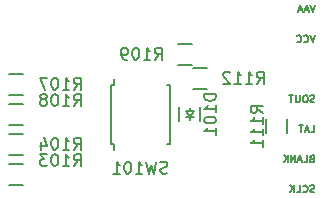
<source format=gbr>
G04 #@! TF.FileFunction,Legend,Bot*
%FSLAX46Y46*%
G04 Gerber Fmt 4.6, Leading zero omitted, Abs format (unit mm)*
G04 Created by KiCad (PCBNEW (2015-12-09 BZR 6195)-product) date Sat Feb 25 21:50:35 2017*
%MOMM*%
G01*
G04 APERTURE LIST*
%ADD10C,0.100000*%
%ADD11C,0.150000*%
%ADD12C,1.016000*%
%ADD13C,2.032000*%
%ADD14R,2.032000X1.778000*%
%ADD15C,2.499360*%
%ADD16R,1.270000X2.780000*%
%ADD17R,1.778000X1.778000*%
%ADD18C,1.778000*%
%ADD19R,1.000000X1.300000*%
%ADD20R,1.300000X1.000000*%
%ADD21R,1.300000X1.200000*%
%ADD22C,0.889000*%
G04 APERTURE END LIST*
D10*
D11*
X159581857Y-89841429D02*
X159381857Y-90441429D01*
X159181857Y-89841429D01*
X159010428Y-90270000D02*
X158724714Y-90270000D01*
X159067571Y-90441429D02*
X158867571Y-89841429D01*
X158667571Y-90441429D01*
X158496142Y-90270000D02*
X158210428Y-90270000D01*
X158553285Y-90441429D02*
X158353285Y-89841429D01*
X158153285Y-90441429D01*
X159581857Y-92381429D02*
X159381857Y-92981429D01*
X159181857Y-92381429D01*
X158639000Y-92924286D02*
X158667571Y-92952857D01*
X158753285Y-92981429D01*
X158810428Y-92981429D01*
X158896143Y-92952857D01*
X158953285Y-92895714D01*
X158981857Y-92838571D01*
X159010428Y-92724286D01*
X159010428Y-92638571D01*
X158981857Y-92524286D01*
X158953285Y-92467143D01*
X158896143Y-92410000D01*
X158810428Y-92381429D01*
X158753285Y-92381429D01*
X158667571Y-92410000D01*
X158639000Y-92438571D01*
X158039000Y-92924286D02*
X158067571Y-92952857D01*
X158153285Y-92981429D01*
X158210428Y-92981429D01*
X158296143Y-92952857D01*
X158353285Y-92895714D01*
X158381857Y-92838571D01*
X158410428Y-92724286D01*
X158410428Y-92638571D01*
X158381857Y-92524286D01*
X158353285Y-92467143D01*
X158296143Y-92410000D01*
X158210428Y-92381429D01*
X158153285Y-92381429D01*
X158067571Y-92410000D01*
X158039000Y-92438571D01*
X159524714Y-105652857D02*
X159439000Y-105681429D01*
X159296143Y-105681429D01*
X159239000Y-105652857D01*
X159210429Y-105624286D01*
X159181857Y-105567143D01*
X159181857Y-105510000D01*
X159210429Y-105452857D01*
X159239000Y-105424286D01*
X159296143Y-105395714D01*
X159410429Y-105367143D01*
X159467571Y-105338571D01*
X159496143Y-105310000D01*
X159524714Y-105252857D01*
X159524714Y-105195714D01*
X159496143Y-105138571D01*
X159467571Y-105110000D01*
X159410429Y-105081429D01*
X159267571Y-105081429D01*
X159181857Y-105110000D01*
X158581857Y-105624286D02*
X158610428Y-105652857D01*
X158696142Y-105681429D01*
X158753285Y-105681429D01*
X158839000Y-105652857D01*
X158896142Y-105595714D01*
X158924714Y-105538571D01*
X158953285Y-105424286D01*
X158953285Y-105338571D01*
X158924714Y-105224286D01*
X158896142Y-105167143D01*
X158839000Y-105110000D01*
X158753285Y-105081429D01*
X158696142Y-105081429D01*
X158610428Y-105110000D01*
X158581857Y-105138571D01*
X158039000Y-105681429D02*
X158324714Y-105681429D01*
X158324714Y-105081429D01*
X157839000Y-105681429D02*
X157839000Y-105081429D01*
X157496143Y-105681429D02*
X157753286Y-105338571D01*
X157496143Y-105081429D02*
X157839000Y-105424286D01*
X159296143Y-102827143D02*
X159210429Y-102855714D01*
X159181857Y-102884286D01*
X159153286Y-102941429D01*
X159153286Y-103027143D01*
X159181857Y-103084286D01*
X159210429Y-103112857D01*
X159267571Y-103141429D01*
X159496143Y-103141429D01*
X159496143Y-102541429D01*
X159296143Y-102541429D01*
X159239000Y-102570000D01*
X159210429Y-102598571D01*
X159181857Y-102655714D01*
X159181857Y-102712857D01*
X159210429Y-102770000D01*
X159239000Y-102798571D01*
X159296143Y-102827143D01*
X159496143Y-102827143D01*
X158610429Y-103141429D02*
X158896143Y-103141429D01*
X158896143Y-102541429D01*
X158439000Y-102970000D02*
X158153286Y-102970000D01*
X158496143Y-103141429D02*
X158296143Y-102541429D01*
X158096143Y-103141429D01*
X157896143Y-103141429D02*
X157896143Y-102541429D01*
X157553286Y-103141429D01*
X157553286Y-102541429D01*
X157267572Y-103141429D02*
X157267572Y-102541429D01*
X156924715Y-103141429D02*
X157181858Y-102798571D01*
X156924715Y-102541429D02*
X157267572Y-102884286D01*
X159210429Y-100601429D02*
X159496143Y-100601429D01*
X159496143Y-100001429D01*
X159039000Y-100430000D02*
X158753286Y-100430000D01*
X159096143Y-100601429D02*
X158896143Y-100001429D01*
X158696143Y-100601429D01*
X158581857Y-100001429D02*
X158239000Y-100001429D01*
X158410429Y-100601429D02*
X158410429Y-100001429D01*
X159524714Y-98032857D02*
X159439000Y-98061429D01*
X159296143Y-98061429D01*
X159239000Y-98032857D01*
X159210429Y-98004286D01*
X159181857Y-97947143D01*
X159181857Y-97890000D01*
X159210429Y-97832857D01*
X159239000Y-97804286D01*
X159296143Y-97775714D01*
X159410429Y-97747143D01*
X159467571Y-97718571D01*
X159496143Y-97690000D01*
X159524714Y-97632857D01*
X159524714Y-97575714D01*
X159496143Y-97518571D01*
X159467571Y-97490000D01*
X159410429Y-97461429D01*
X159267571Y-97461429D01*
X159181857Y-97490000D01*
X158810428Y-97461429D02*
X158696142Y-97461429D01*
X158639000Y-97490000D01*
X158581857Y-97547143D01*
X158553285Y-97661429D01*
X158553285Y-97861429D01*
X158581857Y-97975714D01*
X158639000Y-98032857D01*
X158696142Y-98061429D01*
X158810428Y-98061429D01*
X158867571Y-98032857D01*
X158924714Y-97975714D01*
X158953285Y-97861429D01*
X158953285Y-97661429D01*
X158924714Y-97547143D01*
X158867571Y-97490000D01*
X158810428Y-97461429D01*
X158296143Y-97461429D02*
X158296143Y-97947143D01*
X158267571Y-98004286D01*
X158239000Y-98032857D01*
X158181857Y-98061429D01*
X158067571Y-98061429D01*
X158010429Y-98032857D01*
X157981857Y-98004286D01*
X157953286Y-97947143D01*
X157953286Y-97461429D01*
X157753286Y-97461429D02*
X157410429Y-97461429D01*
X157581858Y-98061429D02*
X157581858Y-97461429D01*
X147280000Y-96560000D02*
X147030000Y-96560000D01*
X147280000Y-101560000D02*
X147030000Y-101560000D01*
X142530000Y-101560000D02*
X142530000Y-102060000D01*
X142280000Y-101560000D02*
X142530000Y-101560000D01*
X142530000Y-96560000D02*
X142530000Y-96060000D01*
X142280000Y-96560000D02*
X142530000Y-96560000D01*
X147280000Y-101560000D02*
X147280000Y-96560000D01*
X142280000Y-101560000D02*
X142280000Y-96560000D01*
X134839000Y-103265000D02*
X133639000Y-103265000D01*
X133639000Y-105015000D02*
X134839000Y-105015000D01*
X133639000Y-102475000D02*
X134839000Y-102475000D01*
X134839000Y-100725000D02*
X133639000Y-100725000D01*
X134839000Y-95645000D02*
X133639000Y-95645000D01*
X133639000Y-97395000D02*
X134839000Y-97395000D01*
X133639000Y-99935000D02*
X134839000Y-99935000D01*
X134839000Y-98185000D02*
X133639000Y-98185000D01*
X147990000Y-94855000D02*
X149190000Y-94855000D01*
X149190000Y-93105000D02*
X147990000Y-93105000D01*
X157212000Y-100676000D02*
X157212000Y-99476000D01*
X155462000Y-99476000D02*
X155462000Y-100676000D01*
X150460000Y-95137000D02*
X149260000Y-95137000D01*
X149260000Y-96887000D02*
X150460000Y-96887000D01*
X148971000Y-98810000D02*
X148971000Y-98560000D01*
X148971000Y-99310000D02*
X148971000Y-99560000D01*
X148971000Y-99310000D02*
X149321000Y-98810000D01*
X149321000Y-98810000D02*
X148621000Y-98810000D01*
X148621000Y-98810000D02*
X148971000Y-99310000D01*
X149321000Y-99310000D02*
X148621000Y-99310000D01*
X148096000Y-99660000D02*
X148096000Y-98460000D01*
X149846000Y-99660000D02*
X149846000Y-98460000D01*
X147065714Y-104036762D02*
X146922857Y-104084381D01*
X146684761Y-104084381D01*
X146589523Y-104036762D01*
X146541904Y-103989143D01*
X146494285Y-103893905D01*
X146494285Y-103798667D01*
X146541904Y-103703429D01*
X146589523Y-103655810D01*
X146684761Y-103608190D01*
X146875238Y-103560571D01*
X146970476Y-103512952D01*
X147018095Y-103465333D01*
X147065714Y-103370095D01*
X147065714Y-103274857D01*
X147018095Y-103179619D01*
X146970476Y-103132000D01*
X146875238Y-103084381D01*
X146637142Y-103084381D01*
X146494285Y-103132000D01*
X146160952Y-103084381D02*
X145922857Y-104084381D01*
X145732380Y-103370095D01*
X145541904Y-104084381D01*
X145303809Y-103084381D01*
X144399047Y-104084381D02*
X144970476Y-104084381D01*
X144684762Y-104084381D02*
X144684762Y-103084381D01*
X144780000Y-103227238D01*
X144875238Y-103322476D01*
X144970476Y-103370095D01*
X143780000Y-103084381D02*
X143684761Y-103084381D01*
X143589523Y-103132000D01*
X143541904Y-103179619D01*
X143494285Y-103274857D01*
X143446666Y-103465333D01*
X143446666Y-103703429D01*
X143494285Y-103893905D01*
X143541904Y-103989143D01*
X143589523Y-104036762D01*
X143684761Y-104084381D01*
X143780000Y-104084381D01*
X143875238Y-104036762D01*
X143922857Y-103989143D01*
X143970476Y-103893905D01*
X144018095Y-103703429D01*
X144018095Y-103465333D01*
X143970476Y-103274857D01*
X143922857Y-103179619D01*
X143875238Y-103132000D01*
X143780000Y-103084381D01*
X142494285Y-104084381D02*
X143065714Y-104084381D01*
X142780000Y-104084381D02*
X142780000Y-103084381D01*
X142875238Y-103227238D01*
X142970476Y-103322476D01*
X143065714Y-103370095D01*
X139168047Y-103449381D02*
X139501381Y-102973190D01*
X139739476Y-103449381D02*
X139739476Y-102449381D01*
X139358523Y-102449381D01*
X139263285Y-102497000D01*
X139215666Y-102544619D01*
X139168047Y-102639857D01*
X139168047Y-102782714D01*
X139215666Y-102877952D01*
X139263285Y-102925571D01*
X139358523Y-102973190D01*
X139739476Y-102973190D01*
X138215666Y-103449381D02*
X138787095Y-103449381D01*
X138501381Y-103449381D02*
X138501381Y-102449381D01*
X138596619Y-102592238D01*
X138691857Y-102687476D01*
X138787095Y-102735095D01*
X137596619Y-102449381D02*
X137501380Y-102449381D01*
X137406142Y-102497000D01*
X137358523Y-102544619D01*
X137310904Y-102639857D01*
X137263285Y-102830333D01*
X137263285Y-103068429D01*
X137310904Y-103258905D01*
X137358523Y-103354143D01*
X137406142Y-103401762D01*
X137501380Y-103449381D01*
X137596619Y-103449381D01*
X137691857Y-103401762D01*
X137739476Y-103354143D01*
X137787095Y-103258905D01*
X137834714Y-103068429D01*
X137834714Y-102830333D01*
X137787095Y-102639857D01*
X137739476Y-102544619D01*
X137691857Y-102497000D01*
X137596619Y-102449381D01*
X136929952Y-102449381D02*
X136310904Y-102449381D01*
X136644238Y-102830333D01*
X136501380Y-102830333D01*
X136406142Y-102877952D01*
X136358523Y-102925571D01*
X136310904Y-103020810D01*
X136310904Y-103258905D01*
X136358523Y-103354143D01*
X136406142Y-103401762D01*
X136501380Y-103449381D01*
X136787095Y-103449381D01*
X136882333Y-103401762D01*
X136929952Y-103354143D01*
X139168047Y-102052381D02*
X139501381Y-101576190D01*
X139739476Y-102052381D02*
X139739476Y-101052381D01*
X139358523Y-101052381D01*
X139263285Y-101100000D01*
X139215666Y-101147619D01*
X139168047Y-101242857D01*
X139168047Y-101385714D01*
X139215666Y-101480952D01*
X139263285Y-101528571D01*
X139358523Y-101576190D01*
X139739476Y-101576190D01*
X138215666Y-102052381D02*
X138787095Y-102052381D01*
X138501381Y-102052381D02*
X138501381Y-101052381D01*
X138596619Y-101195238D01*
X138691857Y-101290476D01*
X138787095Y-101338095D01*
X137596619Y-101052381D02*
X137501380Y-101052381D01*
X137406142Y-101100000D01*
X137358523Y-101147619D01*
X137310904Y-101242857D01*
X137263285Y-101433333D01*
X137263285Y-101671429D01*
X137310904Y-101861905D01*
X137358523Y-101957143D01*
X137406142Y-102004762D01*
X137501380Y-102052381D01*
X137596619Y-102052381D01*
X137691857Y-102004762D01*
X137739476Y-101957143D01*
X137787095Y-101861905D01*
X137834714Y-101671429D01*
X137834714Y-101433333D01*
X137787095Y-101242857D01*
X137739476Y-101147619D01*
X137691857Y-101100000D01*
X137596619Y-101052381D01*
X136406142Y-101385714D02*
X136406142Y-102052381D01*
X136644238Y-101004762D02*
X136882333Y-101719048D01*
X136263285Y-101719048D01*
X139168047Y-96972381D02*
X139501381Y-96496190D01*
X139739476Y-96972381D02*
X139739476Y-95972381D01*
X139358523Y-95972381D01*
X139263285Y-96020000D01*
X139215666Y-96067619D01*
X139168047Y-96162857D01*
X139168047Y-96305714D01*
X139215666Y-96400952D01*
X139263285Y-96448571D01*
X139358523Y-96496190D01*
X139739476Y-96496190D01*
X138215666Y-96972381D02*
X138787095Y-96972381D01*
X138501381Y-96972381D02*
X138501381Y-95972381D01*
X138596619Y-96115238D01*
X138691857Y-96210476D01*
X138787095Y-96258095D01*
X137596619Y-95972381D02*
X137501380Y-95972381D01*
X137406142Y-96020000D01*
X137358523Y-96067619D01*
X137310904Y-96162857D01*
X137263285Y-96353333D01*
X137263285Y-96591429D01*
X137310904Y-96781905D01*
X137358523Y-96877143D01*
X137406142Y-96924762D01*
X137501380Y-96972381D01*
X137596619Y-96972381D01*
X137691857Y-96924762D01*
X137739476Y-96877143D01*
X137787095Y-96781905D01*
X137834714Y-96591429D01*
X137834714Y-96353333D01*
X137787095Y-96162857D01*
X137739476Y-96067619D01*
X137691857Y-96020000D01*
X137596619Y-95972381D01*
X136929952Y-95972381D02*
X136263285Y-95972381D01*
X136691857Y-96972381D01*
X139168047Y-98369381D02*
X139501381Y-97893190D01*
X139739476Y-98369381D02*
X139739476Y-97369381D01*
X139358523Y-97369381D01*
X139263285Y-97417000D01*
X139215666Y-97464619D01*
X139168047Y-97559857D01*
X139168047Y-97702714D01*
X139215666Y-97797952D01*
X139263285Y-97845571D01*
X139358523Y-97893190D01*
X139739476Y-97893190D01*
X138215666Y-98369381D02*
X138787095Y-98369381D01*
X138501381Y-98369381D02*
X138501381Y-97369381D01*
X138596619Y-97512238D01*
X138691857Y-97607476D01*
X138787095Y-97655095D01*
X137596619Y-97369381D02*
X137501380Y-97369381D01*
X137406142Y-97417000D01*
X137358523Y-97464619D01*
X137310904Y-97559857D01*
X137263285Y-97750333D01*
X137263285Y-97988429D01*
X137310904Y-98178905D01*
X137358523Y-98274143D01*
X137406142Y-98321762D01*
X137501380Y-98369381D01*
X137596619Y-98369381D01*
X137691857Y-98321762D01*
X137739476Y-98274143D01*
X137787095Y-98178905D01*
X137834714Y-97988429D01*
X137834714Y-97750333D01*
X137787095Y-97559857D01*
X137739476Y-97464619D01*
X137691857Y-97417000D01*
X137596619Y-97369381D01*
X136691857Y-97797952D02*
X136787095Y-97750333D01*
X136834714Y-97702714D01*
X136882333Y-97607476D01*
X136882333Y-97559857D01*
X136834714Y-97464619D01*
X136787095Y-97417000D01*
X136691857Y-97369381D01*
X136501380Y-97369381D01*
X136406142Y-97417000D01*
X136358523Y-97464619D01*
X136310904Y-97559857D01*
X136310904Y-97607476D01*
X136358523Y-97702714D01*
X136406142Y-97750333D01*
X136501380Y-97797952D01*
X136691857Y-97797952D01*
X136787095Y-97845571D01*
X136834714Y-97893190D01*
X136882333Y-97988429D01*
X136882333Y-98178905D01*
X136834714Y-98274143D01*
X136787095Y-98321762D01*
X136691857Y-98369381D01*
X136501380Y-98369381D01*
X136406142Y-98321762D01*
X136358523Y-98274143D01*
X136310904Y-98178905D01*
X136310904Y-97988429D01*
X136358523Y-97893190D01*
X136406142Y-97845571D01*
X136501380Y-97797952D01*
X146026047Y-94432381D02*
X146359381Y-93956190D01*
X146597476Y-94432381D02*
X146597476Y-93432381D01*
X146216523Y-93432381D01*
X146121285Y-93480000D01*
X146073666Y-93527619D01*
X146026047Y-93622857D01*
X146026047Y-93765714D01*
X146073666Y-93860952D01*
X146121285Y-93908571D01*
X146216523Y-93956190D01*
X146597476Y-93956190D01*
X145073666Y-94432381D02*
X145645095Y-94432381D01*
X145359381Y-94432381D02*
X145359381Y-93432381D01*
X145454619Y-93575238D01*
X145549857Y-93670476D01*
X145645095Y-93718095D01*
X144454619Y-93432381D02*
X144359380Y-93432381D01*
X144264142Y-93480000D01*
X144216523Y-93527619D01*
X144168904Y-93622857D01*
X144121285Y-93813333D01*
X144121285Y-94051429D01*
X144168904Y-94241905D01*
X144216523Y-94337143D01*
X144264142Y-94384762D01*
X144359380Y-94432381D01*
X144454619Y-94432381D01*
X144549857Y-94384762D01*
X144597476Y-94337143D01*
X144645095Y-94241905D01*
X144692714Y-94051429D01*
X144692714Y-93813333D01*
X144645095Y-93622857D01*
X144597476Y-93527619D01*
X144549857Y-93480000D01*
X144454619Y-93432381D01*
X143645095Y-94432381D02*
X143454619Y-94432381D01*
X143359380Y-94384762D01*
X143311761Y-94337143D01*
X143216523Y-94194286D01*
X143168904Y-94003810D01*
X143168904Y-93622857D01*
X143216523Y-93527619D01*
X143264142Y-93480000D01*
X143359380Y-93432381D01*
X143549857Y-93432381D01*
X143645095Y-93480000D01*
X143692714Y-93527619D01*
X143740333Y-93622857D01*
X143740333Y-93860952D01*
X143692714Y-93956190D01*
X143645095Y-94003810D01*
X143549857Y-94051429D01*
X143359380Y-94051429D01*
X143264142Y-94003810D01*
X143216523Y-93956190D01*
X143168904Y-93860952D01*
X155138381Y-98956953D02*
X154662190Y-98623619D01*
X155138381Y-98385524D02*
X154138381Y-98385524D01*
X154138381Y-98766477D01*
X154186000Y-98861715D01*
X154233619Y-98909334D01*
X154328857Y-98956953D01*
X154471714Y-98956953D01*
X154566952Y-98909334D01*
X154614571Y-98861715D01*
X154662190Y-98766477D01*
X154662190Y-98385524D01*
X155138381Y-99909334D02*
X155138381Y-99337905D01*
X155138381Y-99623619D02*
X154138381Y-99623619D01*
X154281238Y-99528381D01*
X154376476Y-99433143D01*
X154424095Y-99337905D01*
X155138381Y-100861715D02*
X155138381Y-100290286D01*
X155138381Y-100576000D02*
X154138381Y-100576000D01*
X154281238Y-100480762D01*
X154376476Y-100385524D01*
X154424095Y-100290286D01*
X155138381Y-101814096D02*
X155138381Y-101242667D01*
X155138381Y-101528381D02*
X154138381Y-101528381D01*
X154281238Y-101433143D01*
X154376476Y-101337905D01*
X154424095Y-101242667D01*
X154662047Y-96464381D02*
X154995381Y-95988190D01*
X155233476Y-96464381D02*
X155233476Y-95464381D01*
X154852523Y-95464381D01*
X154757285Y-95512000D01*
X154709666Y-95559619D01*
X154662047Y-95654857D01*
X154662047Y-95797714D01*
X154709666Y-95892952D01*
X154757285Y-95940571D01*
X154852523Y-95988190D01*
X155233476Y-95988190D01*
X153709666Y-96464381D02*
X154281095Y-96464381D01*
X153995381Y-96464381D02*
X153995381Y-95464381D01*
X154090619Y-95607238D01*
X154185857Y-95702476D01*
X154281095Y-95750095D01*
X152757285Y-96464381D02*
X153328714Y-96464381D01*
X153043000Y-96464381D02*
X153043000Y-95464381D01*
X153138238Y-95607238D01*
X153233476Y-95702476D01*
X153328714Y-95750095D01*
X152376333Y-95559619D02*
X152328714Y-95512000D01*
X152233476Y-95464381D01*
X151995380Y-95464381D01*
X151900142Y-95512000D01*
X151852523Y-95559619D01*
X151804904Y-95654857D01*
X151804904Y-95750095D01*
X151852523Y-95892952D01*
X152423952Y-96464381D01*
X151804904Y-96464381D01*
X151201381Y-97369524D02*
X150201381Y-97369524D01*
X150201381Y-97607619D01*
X150249000Y-97750477D01*
X150344238Y-97845715D01*
X150439476Y-97893334D01*
X150629952Y-97940953D01*
X150772810Y-97940953D01*
X150963286Y-97893334D01*
X151058524Y-97845715D01*
X151153762Y-97750477D01*
X151201381Y-97607619D01*
X151201381Y-97369524D01*
X151201381Y-98893334D02*
X151201381Y-98321905D01*
X151201381Y-98607619D02*
X150201381Y-98607619D01*
X150344238Y-98512381D01*
X150439476Y-98417143D01*
X150487095Y-98321905D01*
X150201381Y-99512381D02*
X150201381Y-99607620D01*
X150249000Y-99702858D01*
X150296619Y-99750477D01*
X150391857Y-99798096D01*
X150582333Y-99845715D01*
X150820429Y-99845715D01*
X151010905Y-99798096D01*
X151106143Y-99750477D01*
X151153762Y-99702858D01*
X151201381Y-99607620D01*
X151201381Y-99512381D01*
X151153762Y-99417143D01*
X151106143Y-99369524D01*
X151010905Y-99321905D01*
X150820429Y-99274286D01*
X150582333Y-99274286D01*
X150391857Y-99321905D01*
X150296619Y-99369524D01*
X150249000Y-99417143D01*
X150201381Y-99512381D01*
X151201381Y-100798096D02*
X151201381Y-100226667D01*
X151201381Y-100512381D02*
X150201381Y-100512381D01*
X150344238Y-100417143D01*
X150439476Y-100321905D01*
X150487095Y-100226667D01*
%LPC*%
D12*
X138430000Y-93980000D03*
X140970000Y-96520000D03*
X158750000Y-106680000D03*
X130810000Y-106680000D03*
D13*
X158496000Y-96266000D03*
X131064000Y-96266000D03*
D12*
X152400000Y-109220000D03*
X152400000Y-104140000D03*
X140970000Y-106680000D03*
X140970000Y-101600000D03*
X130810000Y-104140000D03*
X130810000Y-101600000D03*
X130810000Y-99060000D03*
X158750000Y-104140000D03*
X158750000Y-101600000D03*
D14*
X128524000Y-90170000D03*
X128524000Y-92710000D03*
X128524000Y-95250000D03*
X128524000Y-97790000D03*
X128524000Y-100330000D03*
X128524000Y-102870000D03*
X128524000Y-105410000D03*
X128524000Y-107950000D03*
X161036000Y-107950000D03*
X161036000Y-105410000D03*
X161036000Y-102870000D03*
X161036000Y-100330000D03*
X161036000Y-97790000D03*
X161036000Y-95250000D03*
X161036000Y-92710000D03*
X161036000Y-90170000D03*
D12*
X158750000Y-99060000D03*
D15*
X129540000Y-87122000D03*
X160020000Y-87122000D03*
D16*
X143510000Y-101465000D03*
X146050000Y-101465000D03*
X143510000Y-96655000D03*
X146050000Y-96655000D03*
D17*
X135890000Y-91440000D03*
D18*
X135890000Y-88900000D03*
X138430000Y-91440000D03*
X138430000Y-88900000D03*
X140970000Y-91440000D03*
X140970000Y-88900000D03*
X143510000Y-91440000D03*
X143510000Y-88900000D03*
X146050000Y-91440000D03*
X146050000Y-88900000D03*
X148590000Y-91440000D03*
X148590000Y-88900000D03*
X151130000Y-91440000D03*
X151130000Y-88900000D03*
X153670000Y-91440000D03*
X153670000Y-88900000D03*
D19*
X135339000Y-104140000D03*
X133139000Y-104140000D03*
X133139000Y-101600000D03*
X135339000Y-101600000D03*
X135339000Y-96520000D03*
X133139000Y-96520000D03*
X133139000Y-99060000D03*
X135339000Y-99060000D03*
X147490000Y-93980000D03*
X149690000Y-93980000D03*
D20*
X156337000Y-101176000D03*
X156337000Y-98976000D03*
D19*
X150960000Y-96012000D03*
X148760000Y-96012000D03*
D21*
X148971000Y-100260000D03*
X148971000Y-97860000D03*
D12*
X137668000Y-99060000D03*
X137668000Y-104140000D03*
D22*
X148336000Y-102108000D03*
X149225000Y-102997000D03*
M02*

</source>
